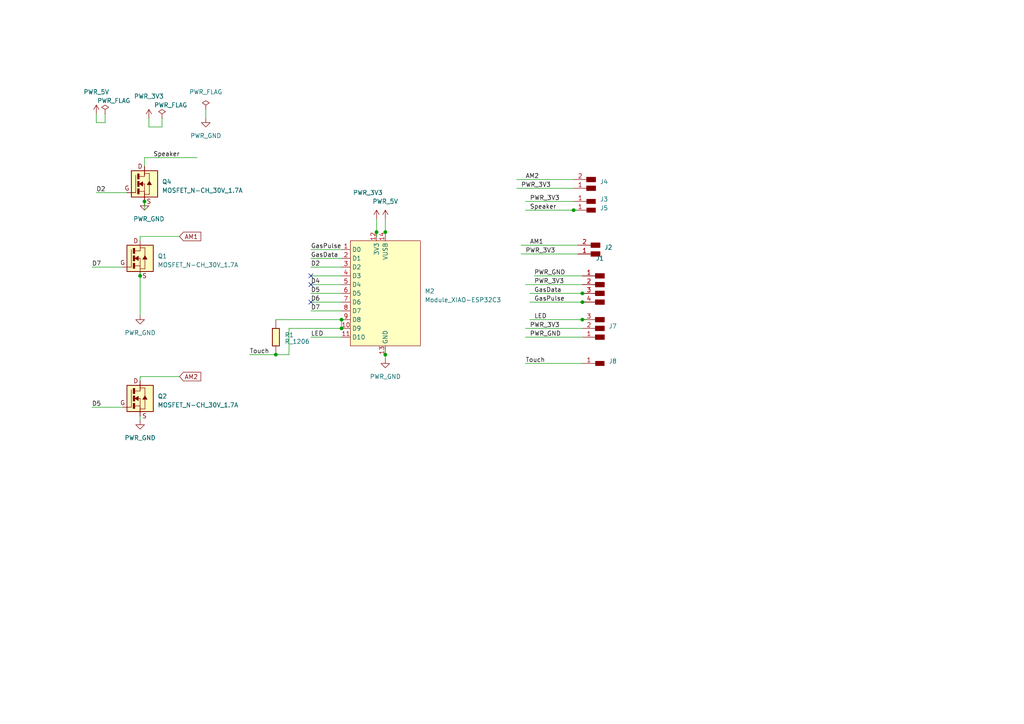
<source format=kicad_sch>
(kicad_sch (version 20230121) (generator eeschema)
  (paper "A4")
  (lib_symbols
    (symbol "fab:Conn_PinHeader_1x01_P2.54mm_Horizontal_SMD" (pin_names (offset 1.016) hide)
      (property "Reference" "J" (at 0 2.54 0))
      (property "Value" "Conn_PinHeader_1x01_P2.54mm_Horizontal_SMD" (at 0 -2.54 0))
      (symbol "Conn_PinHeader_1x01_P2.54mm_Horizontal_SMD_1_1"
        (rectangle (start -1.27 0.635) (end 1.27 -0.635) (stroke (width 0.1524)) (fill (type outline)))
        (pin passive line (at 5.08 0 180) (length 3.81) (name "Pin_1") (number "1"))
      )
    )
    (symbol "fab:Conn_PinHeader_1x02_P2.54mm_Horizontal_SMD" (pin_names hide)
      (property "Reference" "J" (at 0 2.54 0))
      (property "Value" "Conn_PinHeader_1x02_P2.54mm_Horizontal_SMD" (at 0 -5.08 0))
      (symbol "Conn_PinHeader_1x02_P2.54mm_Horizontal_SMD_1_1"
        (rectangle (start -1.27 -1.905) (end 1.27 -3.175) (stroke (width 0.254)) (fill (type outline)))
        (rectangle (start -1.27 0.635) (end 1.27 -0.635) (stroke (width 0.254)) (fill (type outline)))
        (pin passive line (at 5.08 0 180) (length 3.81) (name "Pin_1") (number "1"))
        (pin passive line (at 5.08 -2.54 180) (length 3.81) (name "Pin_2") (number "2"))
      )
    )
    (symbol "fab:Conn_PinHeader_1x03_P2.54mm_Horizontal_SMD" (pin_names hide)
      (property "Reference" "J" (at 0 5.08 0))
      (property "Value" "Conn_PinHeader_1x03_P2.54mm_Horizontal_SMD" (at 0 -5.08 0))
      (symbol "Conn_PinHeader_1x03_P2.54mm_Horizontal_SMD_1_1"
        (rectangle (start -1.27 -1.905) (end 1.27 -3.175) (stroke (width 0.254)) (fill (type outline)))
        (rectangle (start -1.27 0.635) (end 1.27 -0.635) (stroke (width 0.254)) (fill (type outline)))
        (rectangle (start -1.27 3.175) (end 1.27 1.905) (stroke (width 0.254)) (fill (type outline)))
        (pin passive line (at 5.08 2.54 180) (length 3.81) (name "Pin_1") (number "1"))
        (pin passive line (at 5.08 0 180) (length 3.81) (name "Pin_2") (number "2"))
        (pin passive line (at 5.08 -2.54 180) (length 3.81) (name "Pin_3") (number "3"))
      )
    )
    (symbol "fab:Conn_PinHeader_1x04_P2.54mm_Horizontal_SMD" (pin_names hide)
      (property "Reference" "J" (at 0 5.08 0))
      (property "Value" "Conn_PinHeader_1x04_P2.54mm_Horizontal_SMD" (at 0 -7.62 0))
      (symbol "Conn_PinHeader_1x04_P2.54mm_Horizontal_SMD_1_1"
        (rectangle (start -1.27 -4.445) (end 1.27 -5.715) (stroke (width 0.254)) (fill (type outline)))
        (rectangle (start -1.27 -1.905) (end 1.27 -3.175) (stroke (width 0.254)) (fill (type outline)))
        (rectangle (start -1.27 0.635) (end 1.27 -0.635) (stroke (width 0.254)) (fill (type outline)))
        (rectangle (start -1.27 3.175) (end 1.27 1.905) (stroke (width 0.254)) (fill (type outline)))
        (pin passive line (at 5.08 2.54 180) (length 3.81) (name "Pin_1") (number "1"))
        (pin passive line (at 5.08 0 180) (length 3.81) (name "Pin_2") (number "2"))
        (pin passive line (at 5.08 -2.54 180) (length 3.81) (name "Pin_3") (number "3"))
        (pin passive line (at 5.08 -5.08 180) (length 3.81) (name "Pin_4") (number "4"))
      )
    )
    (symbol "fab:MOSFET_N-CH_30V_1.7A" (pin_numbers hide) (pin_names (offset 1.016) hide)
      (property "Reference" "Q" (at 1.27 7.62 0))
      (property "Value" "MOSFET_N-CH_30V_1.7A" (at 1.27 5.08 0))
      (symbol "MOSFET_N-CH_30V_1.7A_0_1"
        (rectangle (start -3.81 3.81) (end 3.81 -3.81) (stroke (width 0.254)) (fill (type background)))
      )
      (symbol "MOSFET_N-CH_30V_1.7A_1_0"
        (polyline (pts (xy -2.54 -2.54) (xy -2.54 2.54)))
        (polyline (pts (xy -1.524 -2.159) (xy 0 -2.159)))
        (polyline (pts (xy -1.524 2.159) (xy 0 2.159)))
        (polyline (pts (xy -0.508 0) (xy 0 0)))
        (polyline (pts (xy 0 -2.159) (xy 0 -2.54)))
        (polyline (pts (xy 0 0) (xy 0 -2.159)))
        (polyline (pts (xy 0 2.159) (xy 0 2.54)))
        (polyline (pts (xy 0 3.048) (xy 1.397 3.048)))
        (polyline (pts (xy 1.397 -3.048) (xy 0 -3.048)))
        (polyline (pts (xy 1.397 -0.254) (xy 1.397 -3.048)))
        (polyline (pts (xy 1.397 3.048) (xy 1.397 0.762)))
        (text "D" (at -1.27 5.08 0) (effects (font (size 1.27 1.27))))
        (text "G" (at -5.08 -1.27 0) (effects (font (size 1.27 1.27))))
        (text "S" (at 1.27 -5.08 0) (effects (font (size 1.27 1.27))))
      )
      (symbol "MOSFET_N-CH_30V_1.7A_1_1"
        (rectangle (start -2.032 -2.921) (end -1.524 -1.397) (fill (type outline)))
        (rectangle (start -2.032 -0.762) (end -1.524 0.762) (fill (type outline)))
        (rectangle (start -2.032 1.397) (end -1.524 2.921) (fill (type outline)))
        (polyline (pts (xy -1.524 0) (xy -0.508 0.635) (xy -0.508 0.635) (xy -0.508 -0.635) (xy -0.508 -0.635) (xy -1.524 0)) (fill (type outline)))
        (polyline (pts (xy 1.397 0.762) (xy 2.032 -0.254) (xy 2.032 -0.254) (xy 0.762 -0.254) (xy 0.762 -0.254) (xy 1.397 0.762)) (fill (type outline)))
        (pin passive line (at -5.08 -2.54 0) (length 2.54) (name "G") (number "1"))
        (pin passive line (at 0 -5.08 90) (length 2.54) (name "S") (number "2"))
        (pin passive line (at 0 5.08 270) (length 2.54) (name "D") (number "3"))
      )
    )
    (symbol "fab:Module_XIAO-ESP32C3"
      (property "Reference" "M" (at 0 0 0))
      (property "Value" "Module_XIAO-ESP32C3" (at 0 2.54 0))
      (symbol "Module_XIAO-ESP32C3_0_1"
        (rectangle (start -10.16 15.24) (end 10.16 -15.24) (fill (type background)))
      )
      (symbol "Module_XIAO-ESP32C3_1_1"
        (pin bidirectional line (at -12.7 12.7 0) (length 2.54) (name "D0") (number "1"))
        (pin bidirectional line (at -12.7 -10.16 0) (length 2.54) (name "D9") (number "10"))
        (pin bidirectional line (at -12.7 -12.7 0) (length 2.54) (name "D10") (number "11"))
        (pin power_in line (at -2.54 17.78 270) (length 2.54) (name "3V3") (number "12"))
        (pin power_in line (at 0 -17.78 90) (length 2.54) (name "GND") (number "13"))
        (pin power_in line (at 0 17.78 270) (length 2.54) (name "VUSB") (number "14"))
        (pin bidirectional line (at -12.7 10.16 0) (length 2.54) (name "D1") (number "2"))
        (pin bidirectional line (at -12.7 7.62 0) (length 2.54) (name "D2") (number "3"))
        (pin bidirectional line (at -12.7 5.08 0) (length 2.54) (name "D3") (number "4"))
        (pin bidirectional line (at -12.7 2.54 0) (length 2.54) (name "D4") (number "5"))
        (pin bidirectional line (at -12.7 0 0) (length 2.54) (name "D5") (number "6"))
        (pin bidirectional line (at -12.7 -2.54 0) (length 2.54) (name "D6") (number "7"))
        (pin bidirectional line (at -12.7 -5.08 0) (length 2.54) (name "D7") (number "8"))
        (pin bidirectional line (at -12.7 -7.62 0) (length 2.54) (name "D8") (number "9"))
      )
    )
    (symbol "fab:PWR_3V3" (power) (pin_names (offset 0))
      (property "Value" "PWR_3V3" (at 0 3.556 0))
      (symbol "PWR_3V3_0_1"
        (polyline (pts (xy -0.762 1.27) (xy 0 2.54)))
        (polyline (pts (xy 0 0) (xy 0 2.54)))
        (polyline (pts (xy 0 2.54) (xy 0.762 1.27)))
      )
      (symbol "PWR_3V3_1_1"
        (pin power_in line (at 0 0 90) (length 0) hide (name "PWR_3V3") (number "1"))
      )
    )
    (symbol "fab:PWR_5V" (power) (pin_names (offset 0))
      (property "Value" "PWR_5V" (at 0 3.556 0))
      (symbol "PWR_5V_0_1"
        (polyline (pts (xy -0.762 1.27) (xy 0 2.54)))
        (polyline (pts (xy 0 0) (xy 0 2.54)))
        (polyline (pts (xy 0 2.54) (xy 0.762 1.27)))
      )
      (symbol "PWR_5V_1_1"
        (pin power_in line (at 0 0 90) (length 0) hide (name "PWR_5V") (number "1"))
      )
    )
    (symbol "fab:PWR_GND" (power) (pin_names (offset 0))
      (property "Value" "PWR_GND" (at 0 -3.81 0))
      (symbol "PWR_GND_0_1"
        (polyline (pts (xy 0 0) (xy 0 -1.27) (xy 1.27 -1.27) (xy 0 -2.54) (xy -1.27 -1.27) (xy 0 -1.27)))
      )
      (symbol "PWR_GND_1_1"
        (pin power_in line (at 0 0 270) (length 0) hide (name "PWR_GND") (number "1"))
      )
    )
    (symbol "fab:R_1206" (pin_numbers hide) (pin_names (offset 0))
      (property "Reference" "R" (at 2.54 0 90))
      (property "Value" "R_1206" (at -2.54 0 90))
      (symbol "R_1206_0_1"
        (rectangle (start -1.016 -2.54) (end 1.016 2.54) (stroke (width 0.254)) (fill (type background)))
      )
      (symbol "R_1206_1_1"
        (pin passive line (at 0 5.08 270) (length 2.54) (name "~") (number "1"))
        (pin passive line (at 0 -5.08 90) (length 2.54) (name "~") (number "2"))
      )
    )
    (symbol "power:PWR_FLAG" (power) (pin_numbers hide) (pin_names (offset 0) hide)
      (property "Value" "PWR_FLAG" (at 0 3.81 0))
      (symbol "PWR_FLAG_0_0"
        (pin power_out line (at 0 0 90) (length 0) (name "pwr") (number "1"))
      )
      (symbol "PWR_FLAG_0_1"
        (polyline (pts (xy 0 0) (xy 0 1.27) (xy -1.016 1.905) (xy 0 2.54) (xy 1.016 1.905) (xy 0 1.27)))
      )
    )
  )
  (junction (at 168.91 92.71))
  (junction (at 168.91 87.63))
  (junction (at 111.76 102.87))
  (junction (at 166.37 60.96))
  (junction (at 168.91 85.09))
  (junction (at 99.06 92.71))
  (junction (at 41.91 58.42))
  (junction (at 99.06 95.25))
  (junction (at 40.64 80.01))
  (junction (at 111.76 67.31))
  (junction (at 109.22 67.31))
  (junction (at 80.01 102.87))
  (no_connect (at 90.17 87.63))
  (no_connect (at 90.17 82.55))
  (no_connect (at 90.17 80.01))
  (wire (pts (xy 40.64 109.22) (xy 52.07 109.22)))
  (wire (pts (xy 111.76 100.33) (xy 111.76 102.87)))
  (wire (pts (xy 111.76 67.31) (xy 111.76 68.58)))
  (wire (pts (xy 90.17 85.09) (xy 99.06 85.09)))
  (wire (pts (xy 152.4 58.42) (xy 166.37 58.42)))
  (wire (pts (xy 109.22 63.5) (xy 109.22 67.31)))
  (wire (pts (xy 111.76 63.5) (xy 111.76 67.31)))
  (wire (pts (xy 90.17 90.17) (xy 99.06 90.17)))
  (wire (pts (xy 90.17 77.47) (xy 99.06 77.47)))
  (wire (pts (xy 152.4 60.96) (xy 166.37 60.96)))
  (wire (pts (xy 168.91 85.09) (xy 170.18 85.09)))
  (wire (pts (xy 41.91 48.26) (xy 41.91 45.72)))
  (wire (pts (xy 111.76 102.87) (xy 111.76 104.14)))
  (wire (pts (xy 80.01 102.87) (xy 83.82 102.87)))
  (wire (pts (xy 40.64 69.85) (xy 40.64 68.58)))
  (wire (pts (xy 168.91 87.63) (xy 170.18 87.63)))
  (wire (pts (xy 40.64 120.65) (xy 40.64 121.92)))
  (wire (pts (xy 26.67 77.47) (xy 35.56 77.47)))
  (wire (pts (xy 90.17 82.55) (xy 99.06 82.55)))
  (wire (pts (xy 27.94 55.88) (xy 36.83 55.88)))
  (wire (pts (xy 83.82 95.25) (xy 99.06 95.25)))
  (wire (pts (xy 27.94 33.02) (xy 27.94 35.56)))
  (wire (pts (xy 40.64 80.01) (xy 40.64 78.74)))
  (wire (pts (xy 153.67 87.63) (xy 168.91 87.63)))
  (wire (pts (xy 41.91 45.72) (xy 57.15 45.72)))
  (wire (pts (xy 168.91 92.71) (xy 170.18 92.71)))
  (wire (pts (xy 166.37 60.96) (xy 167.64 60.96)))
  (wire (pts (xy 109.22 67.31) (xy 109.22 68.58)))
  (wire (pts (xy 30.48 33.02) (xy 30.48 35.56)))
  (wire (pts (xy 153.67 92.71) (xy 168.91 92.71)))
  (wire (pts (xy 90.17 87.63) (xy 99.06 87.63)))
  (wire (pts (xy 72.39 102.87) (xy 80.01 102.87)))
  (wire (pts (xy 41.91 58.42) (xy 41.91 60.96)))
  (wire (pts (xy 59.69 31.75) (xy 59.69 34.29)))
  (wire (pts (xy 26.67 118.11) (xy 35.56 118.11)))
  (wire (pts (xy 27.94 35.56) (xy 30.48 35.56)))
  (wire (pts (xy 90.17 97.79) (xy 99.06 97.79)))
  (wire (pts (xy 151.13 73.66) (xy 167.64 73.66)))
  (wire (pts (xy 40.64 110.49) (xy 40.64 109.22)))
  (wire (pts (xy 152.4 95.25) (xy 168.91 95.25)))
  (wire (pts (xy 154.94 80.01) (xy 168.91 80.01)))
  (wire (pts (xy 152.4 97.79) (xy 168.91 97.79)))
  (wire (pts (xy 83.82 102.87) (xy 83.82 95.25)))
  (wire (pts (xy 149.86 54.61) (xy 166.37 54.61)))
  (wire (pts (xy 80.01 92.71) (xy 99.06 92.71)))
  (wire (pts (xy 149.86 52.07) (xy 166.37 52.07)))
  (wire (pts (xy 90.17 80.01) (xy 99.06 80.01)))
  (wire (pts (xy 46.99 36.83) (xy 46.99 34.29)))
  (wire (pts (xy 99.06 92.71) (xy 99.06 95.25)))
  (wire (pts (xy 151.13 71.12) (xy 167.64 71.12)))
  (wire (pts (xy 43.18 36.83) (xy 46.99 36.83)))
  (wire (pts (xy 90.17 74.93) (xy 99.06 74.93)))
  (wire (pts (xy 40.64 91.44) (xy 40.64 80.01)))
  (wire (pts (xy 153.67 85.09) (xy 168.91 85.09)))
  (wire (pts (xy 152.4 105.41) (xy 168.91 105.41)))
  (wire (pts (xy 90.17 72.39) (xy 99.06 72.39)))
  (wire (pts (xy 152.4 82.55) (xy 168.91 82.55)))
  (wire (pts (xy 43.18 34.29) (xy 43.18 36.83)))
  (wire (pts (xy 40.64 68.58) (xy 52.07 68.58)))
  (label "PWR_3V3" (at 151.13 54.61 0))
  (label "D7" (at 26.67 77.47 0))
  (label "GasData" (at 154.94 85.09 0))
  (label "PWR_3V3" (at 152.4 73.66 0))
  (label "D4" (at 90.17 82.55 0))
  (label "PWR_3V3" (at 153.67 58.42 0))
  (label "GasPulse" (at 154.94 87.63 0))
  (label "D2" (at 90.17 77.47 0))
  (label "PWR_3V3" (at 153.67 95.25 0))
  (label "D5" (at 90.17 85.09 0))
  (label "D7" (at 90.17 90.17 0))
  (label "LED" (at 90.17 97.79 0))
  (label "PWR_GND" (at 153.67 97.79 0))
  (label "D2" (at 27.94 55.88 0))
  (label "Touch" (at 72.39 102.87 0))
  (label "PWR_3V3" (at 154.94 82.55 0))
  (label "AM2" (at 152.4 52.07 0))
  (label "GasPulse" (at 90.17 72.39 0))
  (label "PWR_GND" (at 154.94 80.01 0))
  (label "LED" (at 154.94 92.71 0))
  (label "D5" (at 26.67 118.11 0))
  (label "AM1" (at 153.67 71.12 0))
  (label "D6" (at 90.17 87.63 0))
  (label "Touch" (at 152.4 105.41 0))
  (label "Speaker" (at 44.45 45.72 0))
  (label "Speaker" (at 153.67 60.96 0))
  (label "GasData" (at 90.17 74.93 0))
  (global_label "AM1" (shape input) (at 52.07 68.58 0) (property "Intersheetrefs" "${INTERSHEET_REFS}" (effects hide)))
  (global_label "AM2" (shape input) (at 52.07 109.22 0) (property "Intersheetrefs" "${INTERSHEET_REFS}" (effects hide)))
  (symbol (lib_id "power:PWR_FLAG") (at 30.48 33.02 0) (unit 1)
    (property "Reference" "#FLG0102" (effects hide))
    (property "Value" "PWR_FLAG" (at 33.02 29.21 0))
  )
  (symbol (lib_id "fab:Conn_PinHeader_1x01_P2.54mm_Horizontal_SMD") (at 173.99 105.41 180) (unit 1)
    (property "Reference" "J8" (at 176.53 104.775 0) (effects (justify right)))
    (property "Value" "Conn_PinHeader_1x01_P2.54mm_Horizontal_SMD" (effects hide))
    (property "Footprint" "fab:PinHeader_1x01_P2.54mm_Horizontal_SMD" (effects hide))
  )
  (symbol (lib_id "fab:Conn_PinHeader_1x02_P2.54mm_Horizontal_SMD") (at 172.72 73.66 180) (unit 1)
    (property "Reference" "J2" (at 175.26 71.755 0) (effects (justify right)))
    (property "Value" "Conn_PinHeader_1x02_P2.54mm_Horizontal_SMD" (effects hide))
    (property "Footprint" "fab:PinHeader_1x02_P2.54mm_Horizontal_SMD" (effects hide))
  )
  (symbol (lib_id "fab:Conn_PinHeader_1x01_P2.54mm_Horizontal_SMD") (at 171.45 58.42 180) (unit 1)
    (property "Reference" "J3" (at 173.99 57.785 0) (effects (justify right)))
    (property "Value" "Conn_PinHeader_1x01_P2.54mm_Horizontal_SMD" (effects hide))
    (property "Footprint" "fab:PinHeader_1x01_P2.54mm_Horizontal_SMD" (effects hide))
  )
  (symbol (lib_id "fab:PWR_GND") (at 40.64 91.44 0) (unit 1)
    (property "Reference" "#PWR05" (effects hide))
    (property "Value" "PWR_GND" (at 40.64 96.52 0))
  )
  (symbol (lib_id "fab:PWR_5V") (at 27.94 33.02 0) (unit 1)
    (property "Reference" "#PWR0105" (effects hide))
    (property "Value" "PWR_5V" (at 27.94 26.67 0))
  )
  (symbol (lib_id "fab:MOSFET_N-CH_30V_1.7A") (at 41.91 53.34 0) (unit 1)
    (property "Reference" "Q4" (at 46.99 52.705 0) (effects (justify left)))
    (property "Value" "MOSFET_N-CH_30V_1.7A" (at 46.99 55.245 0) (effects (justify left)))
    (property "Footprint" "fab:SOT-23" (effects hide))
    (property "Datasheet" "https://www.onsemi.com/pub/Collateral/NDS355AN-D.PDF" (effects hide))
  )
  (symbol (lib_id "fab:Conn_PinHeader_1x01_P2.54mm_Horizontal_SMD") (at 171.45 60.96 180) (unit 1)
    (property "Reference" "J5" (at 173.99 60.325 0) (effects (justify right)))
    (property "Value" "Conn_PinHeader_1x01_P2.54mm_Horizontal_SMD" (effects hide))
    (property "Footprint" "fab:PinHeader_1x01_P2.54mm_Horizontal_SMD" (effects hide))
  )
  (symbol (lib_id "fab:PWR_5V") (at 111.76 63.5 0) (unit 1)
    (property "Reference" "#PWR02" (effects hide))
    (property "Value" "PWR_5V" (at 111.76 58.42 0))
  )
  (symbol (lib_id "fab:Conn_PinHeader_1x02_P2.54mm_Horizontal_SMD") (at 171.45 54.61 180) (unit 1)
    (property "Reference" "J4" (at 173.99 52.705 0) (effects (justify right)))
    (property "Value" "Conn_PinHeader_1x02_P2.54mm_Horizontal_SMD" (effects hide))
    (property "Footprint" "fab:PinHeader_1x02_P2.54mm_Horizontal_SMD" (effects hide))
  )
  (symbol (lib_id "fab:MOSFET_N-CH_30V_1.7A") (at 40.64 115.57 0) (unit 1)
    (property "Reference" "Q2" (at 45.72 114.935 0) (effects (justify left)))
    (property "Value" "MOSFET_N-CH_30V_1.7A" (at 45.72 117.475 0) (effects (justify left)))
    (property "Footprint" "fab:SOT-23" (effects hide))
    (property "Datasheet" "https://www.onsemi.com/pub/Collateral/NDS355AN-D.PDF" (effects hide))
  )
  (symbol (lib_id "fab:Conn_PinHeader_1x04_P2.54mm_Horizontal_SMD") (at 173.99 82.55 0) (mirror y) (unit 1)
    (property "Reference" "J1" (at 173.99 74.93 0))
    (property "Value" "Conn_PinHeader_1x04_P2.54mm_Horizontal_SMD" (effects hide))
    (property "Footprint" "fab:PinHeader_1x04_P2.54mm_Horizontal_SMD" (effects hide))
  )
  (symbol (lib_id "power:PWR_FLAG") (at 46.99 34.29 0) (unit 1)
    (property "Reference" "#FLG0103" (effects hide))
    (property "Value" "PWR_FLAG" (at 49.53 30.48 0))
  )
  (symbol (lib_id "fab:MOSFET_N-CH_30V_1.7A") (at 40.64 74.93 0) (unit 1)
    (property "Reference" "Q1" (at 45.72 74.295 0) (effects (justify left)))
    (property "Value" "MOSFET_N-CH_30V_1.7A" (at 45.72 76.835 0) (effects (justify left)))
    (property "Footprint" "fab:SOT-23" (effects hide))
    (property "Datasheet" "https://www.onsemi.com/pub/Collateral/NDS355AN-D.PDF" (effects hide))
  )
  (symbol (lib_id "power:PWR_FLAG") (at 59.69 31.75 0) (unit 1)
    (property "Reference" "#FLG0101" (effects hide))
    (property "Value" "PWR_FLAG" (at 59.69 26.67 0))
  )
  (symbol (lib_id "fab:R_1206") (at 80.01 97.79 0) (unit 1)
    (property "Reference" "R1" (at 82.55 97.155 0) (effects (justify left)))
    (property "Value" "R_1206" (at 82.55 99.06 0) (effects (justify left)))
    (property "Footprint" "fab:R_1206" (effects hide))
  )
  (symbol (lib_id "fab:PWR_GND") (at 41.91 58.42 0) (unit 1)
    (property "Reference" "#PWR06" (effects hide))
    (property "Value" "PWR_GND" (at 43.18 63.5 0))
  )
  (symbol (lib_id "fab:PWR_3V3") (at 109.22 63.5 0) (unit 1)
    (property "Reference" "#PWR01" (effects hide))
    (property "Value" "PWR_3V3" (at 106.68 55.88 0))
  )
  (symbol (lib_id "fab:PWR_GND") (at 111.76 104.14 0) (unit 1)
    (property "Reference" "#PWR03" (effects hide))
    (property "Value" "PWR_GND" (at 111.76 109.22 0))
  )
  (symbol (lib_id "fab:PWR_GND") (at 59.69 34.29 0) (unit 1)
    (property "Reference" "#PWR0102" (effects hide))
    (property "Value" "PWR_GND" (at 59.69 39.37 0))
  )
  (symbol (lib_id "fab:PWR_GND") (at 40.64 121.92 0) (unit 1)
    (property "Reference" "#PWR04" (effects hide))
    (property "Value" "PWR_GND" (at 40.64 127 0))
  )
  (symbol (lib_id "fab:Conn_PinHeader_1x03_P2.54mm_Horizontal_SMD") (at 173.99 95.25 180) (unit 1)
    (property "Reference" "J7" (at 176.53 94.615 0) (effects (justify right)))
    (property "Value" "Conn_PinHeader_1x03_P2.54mm_Horizontal_SMD" (effects hide))
    (property "Footprint" "fab:PinHeader_1x03_P2.54mm_Horizontal_SMD" (effects hide))
  )
  (symbol (lib_id "fab:PWR_3V3") (at 43.18 34.29 0) (unit 1)
    (property "Reference" "#PWR0106" (effects hide))
    (property "Value" "PWR_3V3" (at 43.18 27.94 0))
  )
  (symbol (lib_id "fab:Module_XIAO-ESP32C3") (at 111.76 85.09 0) (unit 1)
    (property "Reference" "M2" (at 123.19 84.455 0) (effects (justify left)))
    (property "Value" "Module_XIAO-ESP32C3" (at 123.19 86.995 0) (effects (justify left)))
    (property "Footprint" "fab:SeedStudio_XIAO" (effects hide))
    (property "Datasheet" "https://wiki.seeedstudio.com/XIAO_ESP32C3_Getting_Started/" (effects hide))
  )
)
</source>
